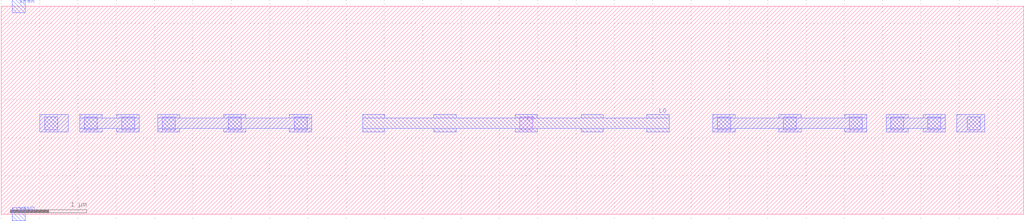
<source format=lef>
# Copyright 2020 The SkyWater PDK Authors
#
# Licensed under the Apache License, Version 2.0 (the "License");
# you may not use this file except in compliance with the License.
# You may obtain a copy of the License at
#
#     https://www.apache.org/licenses/LICENSE-2.0
#
# Unless required by applicable law or agreed to in writing, software
# distributed under the License is distributed on an "AS IS" BASIS,
# WITHOUT WARRANTIES OR CONDITIONS OF ANY KIND, either express or implied.
# See the License for the specific language governing permissions and
# limitations under the License.
#
# SPDX-License-Identifier: Apache-2.0

VERSION 5.5 ;
NAMESCASESENSITIVE ON ;
BUSBITCHARS "[]" ;
DIVIDERCHAR "/" ;
MACRO sky130_fd_sc_hd__macro_sparecell
  CLASS CORE ;
  SOURCE USER ;
  ORIGIN  0.000000  0.000000 ;
  SIZE  13.34000 BY  2.720000 ;
  SYMMETRY X Y R90 ;
  SITE unithd ;
  PIN LO
    ANTENNAGATEAREA  1.980000 ;
    DIRECTION OUTPUT ;
    USE SIGNAL ;
    PORT
      LAYER li1 ;
        RECT 6.765000 1.105000 6.935000 1.275000 ;
    END
    PORT
      LAYER met1 ;
        RECT 4.715000 1.075000 5.005000 1.120000 ;
        RECT 4.715000 1.120000 8.715000 1.260000 ;
        RECT 4.715000 1.260000 5.005000 1.305000 ;
        RECT 5.645000 1.075000 5.935000 1.120000 ;
        RECT 5.645000 1.260000 5.935000 1.305000 ;
        RECT 6.705000 1.075000 6.995000 1.120000 ;
        RECT 6.705000 1.260000 6.995000 1.305000 ;
        RECT 7.565000 1.075000 7.855000 1.120000 ;
        RECT 7.565000 1.260000 7.855000 1.305000 ;
        RECT 8.425000 1.075000 8.715000 1.120000 ;
        RECT 8.425000 1.260000 8.715000 1.305000 ;
    END
  END LO
  PIN VGND
    DIRECTION INOUT ;
    SHAPE ABUTMENT ;
    USE GROUND ;
    PORT
      LAYER met1 ;
        RECT 0.145000 -0.085000 0.315000 0.085000 ;
    END
  END VGND
  PIN VPWR
    DIRECTION INOUT ;
    SHAPE ABUTMENT ;
    USE POWER ;
    PORT
      LAYER met1 ;
        RECT 0.145000 2.635000 0.315000 2.805000 ;
    END
  END VPWR
  OBS
    LAYER mcon ;
      RECT  0.565000 1.105000  0.735000 1.275000 ;
      RECT  1.085000 1.105000  1.255000 1.275000 ;
      RECT  1.570000 1.105000  1.740000 1.275000 ;
      RECT  2.100000 1.105000  2.270000 1.275000 ;
      RECT  2.960000 1.105000  3.130000 1.275000 ;
      RECT  3.820000 1.105000  3.990000 1.275000 ;
      RECT  9.345000 1.105000  9.515000 1.275000 ;
      RECT 10.205000 1.105000 10.375000 1.275000 ;
      RECT 11.065000 1.105000 11.235000 1.275000 ;
      RECT 11.605000 1.105000 11.775000 1.275000 ;
      RECT 12.090000 1.105000 12.260000 1.275000 ;
      RECT 12.605000 1.105000 12.775000 1.275000 ;
    LAYER met1 ;
      RECT  0.505000 1.075000  0.875000 1.305000 ;
      RECT  1.025000 1.075000  1.315000 1.120000 ;
      RECT  1.025000 1.120000  1.800000 1.260000 ;
      RECT  1.025000 1.260000  1.315000 1.305000 ;
      RECT  1.510000 1.075000  1.800000 1.120000 ;
      RECT  1.510000 1.260000  1.800000 1.305000 ;
      RECT  2.040000 1.075000  2.330000 1.120000 ;
      RECT  2.040000 1.120000  4.050000 1.260000 ;
      RECT  2.040000 1.260000  2.330000 1.305000 ;
      RECT  2.900000 1.075000  3.190000 1.120000 ;
      RECT  2.900000 1.260000  3.190000 1.305000 ;
      RECT  3.760000 1.075000  4.050000 1.120000 ;
      RECT  3.760000 1.260000  4.050000 1.305000 ;
      RECT  9.285000 1.075000  9.575000 1.120000 ;
      RECT  9.285000 1.120000 11.295000 1.260000 ;
      RECT  9.285000 1.260000  9.575000 1.305000 ;
      RECT 10.145000 1.075000 10.435000 1.120000 ;
      RECT 10.145000 1.260000 10.435000 1.305000 ;
      RECT 11.005000 1.075000 11.295000 1.120000 ;
      RECT 11.005000 1.260000 11.295000 1.305000 ;
      RECT 11.545000 1.075000 11.835000 1.120000 ;
      RECT 11.545000 1.120000 12.320000 1.260000 ;
      RECT 11.545000 1.260000 11.835000 1.305000 ;
      RECT 12.030000 1.075000 12.320000 1.120000 ;
      RECT 12.030000 1.260000 12.320000 1.305000 ;
      RECT 12.470000 1.075000 12.835000 1.305000 ;
  END
END sky130_fd_sc_hd__macro_sparecell
END LIBRARY

</source>
